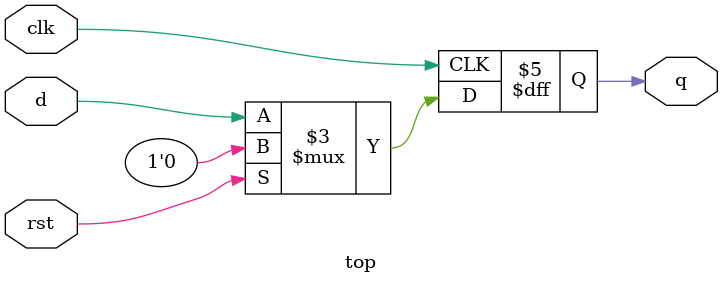
<source format=v>
module top(
  input clk,
  input rst,
  input d,
  output reg q
);
  always @(posedge clk ) begin
    if(rst)begin
      q<=0;
    end
    else begin
      q<=d;
    end
    
  end
endmodule

</source>
